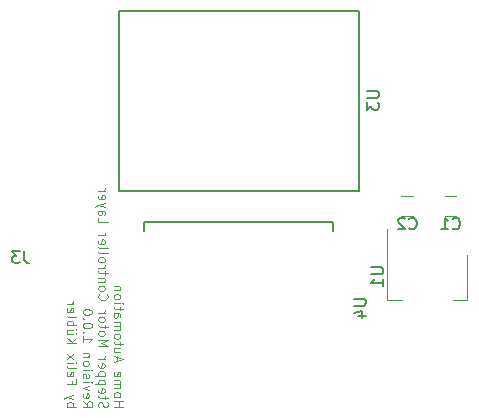
<source format=gbr>
G04 #@! TF.FileFunction,Legend,Bot*
%FSLAX46Y46*%
G04 Gerber Fmt 4.6, Leading zero omitted, Abs format (unit mm)*
G04 Created by KiCad (PCBNEW 4.0.6) date Sunday, 03. June 2018 14:30:46*
%MOMM*%
%LPD*%
G01*
G04 APERTURE LIST*
%ADD10C,0.100000*%
%ADD11C,0.125000*%
%ADD12C,0.150000*%
%ADD13C,0.120000*%
%ADD14C,0.152400*%
G04 APERTURE END LIST*
D10*
D11*
X186689995Y-70929524D02*
X187489995Y-70929524D01*
X187109043Y-70929524D02*
X187109043Y-70472381D01*
X186689995Y-70472381D02*
X187489995Y-70472381D01*
X186689995Y-69977143D02*
X186728090Y-70053334D01*
X186766186Y-70091429D01*
X186842376Y-70129524D01*
X187070948Y-70129524D01*
X187147138Y-70091429D01*
X187185233Y-70053334D01*
X187223329Y-69977143D01*
X187223329Y-69862857D01*
X187185233Y-69786667D01*
X187147138Y-69748572D01*
X187070948Y-69710476D01*
X186842376Y-69710476D01*
X186766186Y-69748572D01*
X186728090Y-69786667D01*
X186689995Y-69862857D01*
X186689995Y-69977143D01*
X186689995Y-69367619D02*
X187223329Y-69367619D01*
X187147138Y-69367619D02*
X187185233Y-69329524D01*
X187223329Y-69253333D01*
X187223329Y-69139047D01*
X187185233Y-69062857D01*
X187109043Y-69024762D01*
X186689995Y-69024762D01*
X187109043Y-69024762D02*
X187185233Y-68986666D01*
X187223329Y-68910476D01*
X187223329Y-68796190D01*
X187185233Y-68720000D01*
X187109043Y-68681905D01*
X186689995Y-68681905D01*
X186728090Y-67996190D02*
X186689995Y-68072380D01*
X186689995Y-68224761D01*
X186728090Y-68300952D01*
X186804281Y-68339047D01*
X187109043Y-68339047D01*
X187185233Y-68300952D01*
X187223329Y-68224761D01*
X187223329Y-68072380D01*
X187185233Y-67996190D01*
X187109043Y-67958095D01*
X187032852Y-67958095D01*
X186956662Y-68339047D01*
X186918567Y-67043809D02*
X186918567Y-66662857D01*
X186689995Y-67120000D02*
X187489995Y-66853333D01*
X186689995Y-66586666D01*
X187223329Y-65977143D02*
X186689995Y-65977143D01*
X187223329Y-66320000D02*
X186804281Y-66320000D01*
X186728090Y-66281905D01*
X186689995Y-66205714D01*
X186689995Y-66091428D01*
X186728090Y-66015238D01*
X186766186Y-65977143D01*
X187223329Y-65710476D02*
X187223329Y-65405714D01*
X187489995Y-65596190D02*
X186804281Y-65596190D01*
X186728090Y-65558095D01*
X186689995Y-65481904D01*
X186689995Y-65405714D01*
X186689995Y-65024761D02*
X186728090Y-65100952D01*
X186766186Y-65139047D01*
X186842376Y-65177142D01*
X187070948Y-65177142D01*
X187147138Y-65139047D01*
X187185233Y-65100952D01*
X187223329Y-65024761D01*
X187223329Y-64910475D01*
X187185233Y-64834285D01*
X187147138Y-64796190D01*
X187070948Y-64758094D01*
X186842376Y-64758094D01*
X186766186Y-64796190D01*
X186728090Y-64834285D01*
X186689995Y-64910475D01*
X186689995Y-65024761D01*
X186689995Y-64415237D02*
X187223329Y-64415237D01*
X187147138Y-64415237D02*
X187185233Y-64377142D01*
X187223329Y-64300951D01*
X187223329Y-64186665D01*
X187185233Y-64110475D01*
X187109043Y-64072380D01*
X186689995Y-64072380D01*
X187109043Y-64072380D02*
X187185233Y-64034284D01*
X187223329Y-63958094D01*
X187223329Y-63843808D01*
X187185233Y-63767618D01*
X187109043Y-63729523D01*
X186689995Y-63729523D01*
X186689995Y-63005713D02*
X187109043Y-63005713D01*
X187185233Y-63043808D01*
X187223329Y-63119998D01*
X187223329Y-63272379D01*
X187185233Y-63348570D01*
X186728090Y-63005713D02*
X186689995Y-63081903D01*
X186689995Y-63272379D01*
X186728090Y-63348570D01*
X186804281Y-63386665D01*
X186880471Y-63386665D01*
X186956662Y-63348570D01*
X186994757Y-63272379D01*
X186994757Y-63081903D01*
X187032852Y-63005713D01*
X187223329Y-62739046D02*
X187223329Y-62434284D01*
X187489995Y-62624760D02*
X186804281Y-62624760D01*
X186728090Y-62586665D01*
X186689995Y-62510474D01*
X186689995Y-62434284D01*
X186689995Y-62167617D02*
X187223329Y-62167617D01*
X187489995Y-62167617D02*
X187451900Y-62205712D01*
X187413805Y-62167617D01*
X187451900Y-62129522D01*
X187489995Y-62167617D01*
X187413805Y-62167617D01*
X186689995Y-61672379D02*
X186728090Y-61748570D01*
X186766186Y-61786665D01*
X186842376Y-61824760D01*
X187070948Y-61824760D01*
X187147138Y-61786665D01*
X187185233Y-61748570D01*
X187223329Y-61672379D01*
X187223329Y-61558093D01*
X187185233Y-61481903D01*
X187147138Y-61443808D01*
X187070948Y-61405712D01*
X186842376Y-61405712D01*
X186766186Y-61443808D01*
X186728090Y-61481903D01*
X186689995Y-61558093D01*
X186689995Y-61672379D01*
X187223329Y-61062855D02*
X186689995Y-61062855D01*
X187147138Y-61062855D02*
X187185233Y-61024760D01*
X187223329Y-60948569D01*
X187223329Y-60834283D01*
X187185233Y-60758093D01*
X187109043Y-60719998D01*
X186689995Y-60719998D01*
X185403090Y-70967619D02*
X185364995Y-70853333D01*
X185364995Y-70662857D01*
X185403090Y-70586667D01*
X185441186Y-70548571D01*
X185517376Y-70510476D01*
X185593567Y-70510476D01*
X185669757Y-70548571D01*
X185707852Y-70586667D01*
X185745948Y-70662857D01*
X185784043Y-70815238D01*
X185822138Y-70891429D01*
X185860233Y-70929524D01*
X185936424Y-70967619D01*
X186012614Y-70967619D01*
X186088805Y-70929524D01*
X186126900Y-70891429D01*
X186164995Y-70815238D01*
X186164995Y-70624762D01*
X186126900Y-70510476D01*
X185898329Y-70281905D02*
X185898329Y-69977143D01*
X186164995Y-70167619D02*
X185479281Y-70167619D01*
X185403090Y-70129524D01*
X185364995Y-70053333D01*
X185364995Y-69977143D01*
X185403090Y-69405714D02*
X185364995Y-69481904D01*
X185364995Y-69634285D01*
X185403090Y-69710476D01*
X185479281Y-69748571D01*
X185784043Y-69748571D01*
X185860233Y-69710476D01*
X185898329Y-69634285D01*
X185898329Y-69481904D01*
X185860233Y-69405714D01*
X185784043Y-69367619D01*
X185707852Y-69367619D01*
X185631662Y-69748571D01*
X185898329Y-69024762D02*
X185098329Y-69024762D01*
X185860233Y-69024762D02*
X185898329Y-68948571D01*
X185898329Y-68796190D01*
X185860233Y-68720000D01*
X185822138Y-68681905D01*
X185745948Y-68643809D01*
X185517376Y-68643809D01*
X185441186Y-68681905D01*
X185403090Y-68720000D01*
X185364995Y-68796190D01*
X185364995Y-68948571D01*
X185403090Y-69024762D01*
X185898329Y-68300952D02*
X185098329Y-68300952D01*
X185860233Y-68300952D02*
X185898329Y-68224761D01*
X185898329Y-68072380D01*
X185860233Y-67996190D01*
X185822138Y-67958095D01*
X185745948Y-67919999D01*
X185517376Y-67919999D01*
X185441186Y-67958095D01*
X185403090Y-67996190D01*
X185364995Y-68072380D01*
X185364995Y-68224761D01*
X185403090Y-68300952D01*
X185403090Y-67272380D02*
X185364995Y-67348570D01*
X185364995Y-67500951D01*
X185403090Y-67577142D01*
X185479281Y-67615237D01*
X185784043Y-67615237D01*
X185860233Y-67577142D01*
X185898329Y-67500951D01*
X185898329Y-67348570D01*
X185860233Y-67272380D01*
X185784043Y-67234285D01*
X185707852Y-67234285D01*
X185631662Y-67615237D01*
X185364995Y-66891428D02*
X185898329Y-66891428D01*
X185745948Y-66891428D02*
X185822138Y-66853333D01*
X185860233Y-66815237D01*
X185898329Y-66739047D01*
X185898329Y-66662856D01*
X185364995Y-65786666D02*
X186164995Y-65786666D01*
X185593567Y-65519999D01*
X186164995Y-65253332D01*
X185364995Y-65253332D01*
X185364995Y-64758094D02*
X185403090Y-64834285D01*
X185441186Y-64872380D01*
X185517376Y-64910475D01*
X185745948Y-64910475D01*
X185822138Y-64872380D01*
X185860233Y-64834285D01*
X185898329Y-64758094D01*
X185898329Y-64643808D01*
X185860233Y-64567618D01*
X185822138Y-64529523D01*
X185745948Y-64491427D01*
X185517376Y-64491427D01*
X185441186Y-64529523D01*
X185403090Y-64567618D01*
X185364995Y-64643808D01*
X185364995Y-64758094D01*
X185898329Y-64262856D02*
X185898329Y-63958094D01*
X186164995Y-64148570D02*
X185479281Y-64148570D01*
X185403090Y-64110475D01*
X185364995Y-64034284D01*
X185364995Y-63958094D01*
X185364995Y-63577141D02*
X185403090Y-63653332D01*
X185441186Y-63691427D01*
X185517376Y-63729522D01*
X185745948Y-63729522D01*
X185822138Y-63691427D01*
X185860233Y-63653332D01*
X185898329Y-63577141D01*
X185898329Y-63462855D01*
X185860233Y-63386665D01*
X185822138Y-63348570D01*
X185745948Y-63310474D01*
X185517376Y-63310474D01*
X185441186Y-63348570D01*
X185403090Y-63386665D01*
X185364995Y-63462855D01*
X185364995Y-63577141D01*
X185364995Y-62967617D02*
X185898329Y-62967617D01*
X185745948Y-62967617D02*
X185822138Y-62929522D01*
X185860233Y-62891426D01*
X185898329Y-62815236D01*
X185898329Y-62739045D01*
X185441186Y-61405712D02*
X185403090Y-61443807D01*
X185364995Y-61558093D01*
X185364995Y-61634283D01*
X185403090Y-61748569D01*
X185479281Y-61824760D01*
X185555471Y-61862855D01*
X185707852Y-61900950D01*
X185822138Y-61900950D01*
X185974519Y-61862855D01*
X186050710Y-61824760D01*
X186126900Y-61748569D01*
X186164995Y-61634283D01*
X186164995Y-61558093D01*
X186126900Y-61443807D01*
X186088805Y-61405712D01*
X185364995Y-60948569D02*
X185403090Y-61024760D01*
X185441186Y-61062855D01*
X185517376Y-61100950D01*
X185745948Y-61100950D01*
X185822138Y-61062855D01*
X185860233Y-61024760D01*
X185898329Y-60948569D01*
X185898329Y-60834283D01*
X185860233Y-60758093D01*
X185822138Y-60719998D01*
X185745948Y-60681902D01*
X185517376Y-60681902D01*
X185441186Y-60719998D01*
X185403090Y-60758093D01*
X185364995Y-60834283D01*
X185364995Y-60948569D01*
X185898329Y-60339045D02*
X185364995Y-60339045D01*
X185822138Y-60339045D02*
X185860233Y-60300950D01*
X185898329Y-60224759D01*
X185898329Y-60110473D01*
X185860233Y-60034283D01*
X185784043Y-59996188D01*
X185364995Y-59996188D01*
X185898329Y-59729521D02*
X185898329Y-59424759D01*
X186164995Y-59615235D02*
X185479281Y-59615235D01*
X185403090Y-59577140D01*
X185364995Y-59500949D01*
X185364995Y-59424759D01*
X185364995Y-59158092D02*
X185898329Y-59158092D01*
X185745948Y-59158092D02*
X185822138Y-59119997D01*
X185860233Y-59081901D01*
X185898329Y-59005711D01*
X185898329Y-58929520D01*
X185364995Y-58548568D02*
X185403090Y-58624759D01*
X185441186Y-58662854D01*
X185517376Y-58700949D01*
X185745948Y-58700949D01*
X185822138Y-58662854D01*
X185860233Y-58624759D01*
X185898329Y-58548568D01*
X185898329Y-58434282D01*
X185860233Y-58358092D01*
X185822138Y-58319997D01*
X185745948Y-58281901D01*
X185517376Y-58281901D01*
X185441186Y-58319997D01*
X185403090Y-58358092D01*
X185364995Y-58434282D01*
X185364995Y-58548568D01*
X185364995Y-57824758D02*
X185403090Y-57900949D01*
X185479281Y-57939044D01*
X186164995Y-57939044D01*
X185364995Y-57405710D02*
X185403090Y-57481901D01*
X185479281Y-57519996D01*
X186164995Y-57519996D01*
X185403090Y-56796186D02*
X185364995Y-56872376D01*
X185364995Y-57024757D01*
X185403090Y-57100948D01*
X185479281Y-57139043D01*
X185784043Y-57139043D01*
X185860233Y-57100948D01*
X185898329Y-57024757D01*
X185898329Y-56872376D01*
X185860233Y-56796186D01*
X185784043Y-56758091D01*
X185707852Y-56758091D01*
X185631662Y-57139043D01*
X185364995Y-56415234D02*
X185898329Y-56415234D01*
X185745948Y-56415234D02*
X185822138Y-56377139D01*
X185860233Y-56339043D01*
X185898329Y-56262853D01*
X185898329Y-56186662D01*
X185364995Y-54929519D02*
X185364995Y-55310472D01*
X186164995Y-55310472D01*
X185364995Y-54319996D02*
X185784043Y-54319996D01*
X185860233Y-54358091D01*
X185898329Y-54434281D01*
X185898329Y-54586662D01*
X185860233Y-54662853D01*
X185403090Y-54319996D02*
X185364995Y-54396186D01*
X185364995Y-54586662D01*
X185403090Y-54662853D01*
X185479281Y-54700948D01*
X185555471Y-54700948D01*
X185631662Y-54662853D01*
X185669757Y-54586662D01*
X185669757Y-54396186D01*
X185707852Y-54319996D01*
X185898329Y-54015233D02*
X185364995Y-53824757D01*
X185898329Y-53634281D02*
X185364995Y-53824757D01*
X185174519Y-53900948D01*
X185136424Y-53939043D01*
X185098329Y-54015233D01*
X185403090Y-53024757D02*
X185364995Y-53100947D01*
X185364995Y-53253328D01*
X185403090Y-53329519D01*
X185479281Y-53367614D01*
X185784043Y-53367614D01*
X185860233Y-53329519D01*
X185898329Y-53253328D01*
X185898329Y-53100947D01*
X185860233Y-53024757D01*
X185784043Y-52986662D01*
X185707852Y-52986662D01*
X185631662Y-53367614D01*
X185364995Y-52643805D02*
X185898329Y-52643805D01*
X185745948Y-52643805D02*
X185822138Y-52605710D01*
X185860233Y-52567614D01*
X185898329Y-52491424D01*
X185898329Y-52415233D01*
X184039995Y-70472381D02*
X184420948Y-70739048D01*
X184039995Y-70929524D02*
X184839995Y-70929524D01*
X184839995Y-70624762D01*
X184801900Y-70548571D01*
X184763805Y-70510476D01*
X184687614Y-70472381D01*
X184573329Y-70472381D01*
X184497138Y-70510476D01*
X184459043Y-70548571D01*
X184420948Y-70624762D01*
X184420948Y-70929524D01*
X184078090Y-69824762D02*
X184039995Y-69900952D01*
X184039995Y-70053333D01*
X184078090Y-70129524D01*
X184154281Y-70167619D01*
X184459043Y-70167619D01*
X184535233Y-70129524D01*
X184573329Y-70053333D01*
X184573329Y-69900952D01*
X184535233Y-69824762D01*
X184459043Y-69786667D01*
X184382852Y-69786667D01*
X184306662Y-70167619D01*
X184573329Y-69520000D02*
X184039995Y-69329524D01*
X184573329Y-69139048D01*
X184039995Y-68834286D02*
X184573329Y-68834286D01*
X184839995Y-68834286D02*
X184801900Y-68872381D01*
X184763805Y-68834286D01*
X184801900Y-68796191D01*
X184839995Y-68834286D01*
X184763805Y-68834286D01*
X184078090Y-68491429D02*
X184039995Y-68415239D01*
X184039995Y-68262858D01*
X184078090Y-68186667D01*
X184154281Y-68148572D01*
X184192376Y-68148572D01*
X184268567Y-68186667D01*
X184306662Y-68262858D01*
X184306662Y-68377143D01*
X184344757Y-68453334D01*
X184420948Y-68491429D01*
X184459043Y-68491429D01*
X184535233Y-68453334D01*
X184573329Y-68377143D01*
X184573329Y-68262858D01*
X184535233Y-68186667D01*
X184039995Y-67805715D02*
X184573329Y-67805715D01*
X184839995Y-67805715D02*
X184801900Y-67843810D01*
X184763805Y-67805715D01*
X184801900Y-67767620D01*
X184839995Y-67805715D01*
X184763805Y-67805715D01*
X184039995Y-67310477D02*
X184078090Y-67386668D01*
X184116186Y-67424763D01*
X184192376Y-67462858D01*
X184420948Y-67462858D01*
X184497138Y-67424763D01*
X184535233Y-67386668D01*
X184573329Y-67310477D01*
X184573329Y-67196191D01*
X184535233Y-67120001D01*
X184497138Y-67081906D01*
X184420948Y-67043810D01*
X184192376Y-67043810D01*
X184116186Y-67081906D01*
X184078090Y-67120001D01*
X184039995Y-67196191D01*
X184039995Y-67310477D01*
X184573329Y-66700953D02*
X184039995Y-66700953D01*
X184497138Y-66700953D02*
X184535233Y-66662858D01*
X184573329Y-66586667D01*
X184573329Y-66472381D01*
X184535233Y-66396191D01*
X184459043Y-66358096D01*
X184039995Y-66358096D01*
X184039995Y-64948571D02*
X184039995Y-65405714D01*
X184039995Y-65177143D02*
X184839995Y-65177143D01*
X184725710Y-65253333D01*
X184649519Y-65329524D01*
X184611424Y-65405714D01*
X184116186Y-64605714D02*
X184078090Y-64567619D01*
X184039995Y-64605714D01*
X184078090Y-64643809D01*
X184116186Y-64605714D01*
X184039995Y-64605714D01*
X184839995Y-64072381D02*
X184839995Y-63996190D01*
X184801900Y-63920000D01*
X184763805Y-63881905D01*
X184687614Y-63843809D01*
X184535233Y-63805714D01*
X184344757Y-63805714D01*
X184192376Y-63843809D01*
X184116186Y-63881905D01*
X184078090Y-63920000D01*
X184039995Y-63996190D01*
X184039995Y-64072381D01*
X184078090Y-64148571D01*
X184116186Y-64186667D01*
X184192376Y-64224762D01*
X184344757Y-64262857D01*
X184535233Y-64262857D01*
X184687614Y-64224762D01*
X184763805Y-64186667D01*
X184801900Y-64148571D01*
X184839995Y-64072381D01*
X184116186Y-63462857D02*
X184078090Y-63424762D01*
X184039995Y-63462857D01*
X184078090Y-63500952D01*
X184116186Y-63462857D01*
X184039995Y-63462857D01*
X184839995Y-62929524D02*
X184839995Y-62853333D01*
X184801900Y-62777143D01*
X184763805Y-62739048D01*
X184687614Y-62700952D01*
X184535233Y-62662857D01*
X184344757Y-62662857D01*
X184192376Y-62700952D01*
X184116186Y-62739048D01*
X184078090Y-62777143D01*
X184039995Y-62853333D01*
X184039995Y-62929524D01*
X184078090Y-63005714D01*
X184116186Y-63043810D01*
X184192376Y-63081905D01*
X184344757Y-63120000D01*
X184535233Y-63120000D01*
X184687614Y-63081905D01*
X184763805Y-63043810D01*
X184801900Y-63005714D01*
X184839995Y-62929524D01*
X182714995Y-70929524D02*
X183514995Y-70929524D01*
X183210233Y-70929524D02*
X183248329Y-70853333D01*
X183248329Y-70700952D01*
X183210233Y-70624762D01*
X183172138Y-70586667D01*
X183095948Y-70548571D01*
X182867376Y-70548571D01*
X182791186Y-70586667D01*
X182753090Y-70624762D01*
X182714995Y-70700952D01*
X182714995Y-70853333D01*
X182753090Y-70929524D01*
X183248329Y-70281904D02*
X182714995Y-70091428D01*
X183248329Y-69900952D02*
X182714995Y-70091428D01*
X182524519Y-70167619D01*
X182486424Y-70205714D01*
X182448329Y-70281904D01*
X183134043Y-68719999D02*
X183134043Y-68986666D01*
X182714995Y-68986666D02*
X183514995Y-68986666D01*
X183514995Y-68605713D01*
X182753090Y-67996190D02*
X182714995Y-68072380D01*
X182714995Y-68224761D01*
X182753090Y-68300952D01*
X182829281Y-68339047D01*
X183134043Y-68339047D01*
X183210233Y-68300952D01*
X183248329Y-68224761D01*
X183248329Y-68072380D01*
X183210233Y-67996190D01*
X183134043Y-67958095D01*
X183057852Y-67958095D01*
X182981662Y-68339047D01*
X182714995Y-67500952D02*
X182753090Y-67577143D01*
X182829281Y-67615238D01*
X183514995Y-67615238D01*
X182714995Y-67196190D02*
X183248329Y-67196190D01*
X183514995Y-67196190D02*
X183476900Y-67234285D01*
X183438805Y-67196190D01*
X183476900Y-67158095D01*
X183514995Y-67196190D01*
X183438805Y-67196190D01*
X182714995Y-66891428D02*
X183248329Y-66472381D01*
X183248329Y-66891428D02*
X182714995Y-66472381D01*
X182714995Y-65558095D02*
X183514995Y-65558095D01*
X182714995Y-65100952D02*
X183172138Y-65443809D01*
X183514995Y-65100952D02*
X183057852Y-65558095D01*
X183248329Y-64415238D02*
X182714995Y-64415238D01*
X183248329Y-64758095D02*
X182829281Y-64758095D01*
X182753090Y-64720000D01*
X182714995Y-64643809D01*
X182714995Y-64529523D01*
X182753090Y-64453333D01*
X182791186Y-64415238D01*
X183514995Y-64720000D02*
X183476900Y-64681904D01*
X183438805Y-64720000D01*
X183476900Y-64758095D01*
X183514995Y-64720000D01*
X183438805Y-64720000D01*
X183514995Y-64415238D02*
X183476900Y-64377142D01*
X183438805Y-64415238D01*
X183476900Y-64453333D01*
X183514995Y-64415238D01*
X183438805Y-64415238D01*
X182714995Y-64034285D02*
X183514995Y-64034285D01*
X183210233Y-64034285D02*
X183248329Y-63958094D01*
X183248329Y-63805713D01*
X183210233Y-63729523D01*
X183172138Y-63691428D01*
X183095948Y-63653332D01*
X182867376Y-63653332D01*
X182791186Y-63691428D01*
X182753090Y-63729523D01*
X182714995Y-63805713D01*
X182714995Y-63958094D01*
X182753090Y-64034285D01*
X182714995Y-63196189D02*
X182753090Y-63272380D01*
X182829281Y-63310475D01*
X183514995Y-63310475D01*
X182753090Y-62586665D02*
X182714995Y-62662855D01*
X182714995Y-62815236D01*
X182753090Y-62891427D01*
X182829281Y-62929522D01*
X183134043Y-62929522D01*
X183210233Y-62891427D01*
X183248329Y-62815236D01*
X183248329Y-62662855D01*
X183210233Y-62586665D01*
X183134043Y-62548570D01*
X183057852Y-62548570D01*
X182981662Y-62929522D01*
X182714995Y-62205713D02*
X183248329Y-62205713D01*
X183095948Y-62205713D02*
X183172138Y-62167618D01*
X183210233Y-62129522D01*
X183248329Y-62053332D01*
X183248329Y-61977141D01*
D12*
X207454500Y-37401500D02*
X187134500Y-37401500D01*
X187134500Y-37401500D02*
X187134500Y-52641500D01*
X187134500Y-52641500D02*
X207454500Y-52641500D01*
X207444500Y-37421500D02*
X207444500Y-52621500D01*
D13*
X215688800Y-54799600D02*
X214688800Y-54799600D01*
X214688800Y-53099600D02*
X215688800Y-53099600D01*
X212031200Y-54799600D02*
X211031200Y-54799600D01*
X211031200Y-53099600D02*
X212031200Y-53099600D01*
X216617600Y-61854000D02*
X215357600Y-61854000D01*
X209797600Y-61854000D02*
X211057600Y-61854000D01*
X216617600Y-58094000D02*
X216617600Y-61854000D01*
X209797600Y-55844000D02*
X209797600Y-61854000D01*
D14*
X189230000Y-56007000D02*
X189230000Y-55245000D01*
X189230000Y-55245000D02*
X205232000Y-55245000D01*
X205232000Y-55245000D02*
X205232000Y-56007000D01*
D12*
X208113381Y-44196095D02*
X208922905Y-44196095D01*
X209018143Y-44243714D01*
X209065762Y-44291333D01*
X209113381Y-44386571D01*
X209113381Y-44577048D01*
X209065762Y-44672286D01*
X209018143Y-44719905D01*
X208922905Y-44767524D01*
X208113381Y-44767524D01*
X208113381Y-45148476D02*
X208113381Y-45767524D01*
X208494333Y-45434190D01*
X208494333Y-45577048D01*
X208541952Y-45672286D01*
X208589571Y-45719905D01*
X208684810Y-45767524D01*
X208922905Y-45767524D01*
X209018143Y-45719905D01*
X209065762Y-45672286D01*
X209113381Y-45577048D01*
X209113381Y-45291333D01*
X209065762Y-45196095D01*
X209018143Y-45148476D01*
X215355466Y-55806743D02*
X215403085Y-55854362D01*
X215545942Y-55901981D01*
X215641180Y-55901981D01*
X215784038Y-55854362D01*
X215879276Y-55759124D01*
X215926895Y-55663886D01*
X215974514Y-55473410D01*
X215974514Y-55330552D01*
X215926895Y-55140076D01*
X215879276Y-55044838D01*
X215784038Y-54949600D01*
X215641180Y-54901981D01*
X215545942Y-54901981D01*
X215403085Y-54949600D01*
X215355466Y-54997219D01*
X214403085Y-55901981D02*
X214974514Y-55901981D01*
X214688800Y-55901981D02*
X214688800Y-54901981D01*
X214784038Y-55044838D01*
X214879276Y-55140076D01*
X214974514Y-55187695D01*
X211697866Y-55806743D02*
X211745485Y-55854362D01*
X211888342Y-55901981D01*
X211983580Y-55901981D01*
X212126438Y-55854362D01*
X212221676Y-55759124D01*
X212269295Y-55663886D01*
X212316914Y-55473410D01*
X212316914Y-55330552D01*
X212269295Y-55140076D01*
X212221676Y-55044838D01*
X212126438Y-54949600D01*
X211983580Y-54901981D01*
X211888342Y-54901981D01*
X211745485Y-54949600D01*
X211697866Y-54997219D01*
X211316914Y-54997219D02*
X211269295Y-54949600D01*
X211174057Y-54901981D01*
X210935961Y-54901981D01*
X210840723Y-54949600D01*
X210793104Y-54997219D01*
X210745485Y-55092457D01*
X210745485Y-55187695D01*
X210793104Y-55330552D01*
X211364533Y-55901981D01*
X210745485Y-55901981D01*
X208494381Y-59118595D02*
X209303905Y-59118595D01*
X209399143Y-59166214D01*
X209446762Y-59213833D01*
X209494381Y-59309071D01*
X209494381Y-59499548D01*
X209446762Y-59594786D01*
X209399143Y-59642405D01*
X209303905Y-59690024D01*
X208494381Y-59690024D01*
X209494381Y-60690024D02*
X209494381Y-60118595D01*
X209494381Y-60404309D02*
X208494381Y-60404309D01*
X208637238Y-60309071D01*
X208732476Y-60213833D01*
X208780095Y-60118595D01*
X207033881Y-61785595D02*
X207843405Y-61785595D01*
X207938643Y-61833214D01*
X207986262Y-61880833D01*
X208033881Y-61976071D01*
X208033881Y-62166548D01*
X207986262Y-62261786D01*
X207938643Y-62309405D01*
X207843405Y-62357024D01*
X207033881Y-62357024D01*
X207367214Y-63261786D02*
X208033881Y-63261786D01*
X206986262Y-63023690D02*
X207700548Y-62785595D01*
X207700548Y-63404643D01*
X179085833Y-57745381D02*
X179085833Y-58459667D01*
X179133453Y-58602524D01*
X179228691Y-58697762D01*
X179371548Y-58745381D01*
X179466786Y-58745381D01*
X178704881Y-57745381D02*
X178085833Y-57745381D01*
X178419167Y-58126333D01*
X178276309Y-58126333D01*
X178181071Y-58173952D01*
X178133452Y-58221571D01*
X178085833Y-58316810D01*
X178085833Y-58554905D01*
X178133452Y-58650143D01*
X178181071Y-58697762D01*
X178276309Y-58745381D01*
X178562024Y-58745381D01*
X178657262Y-58697762D01*
X178704881Y-58650143D01*
M02*

</source>
